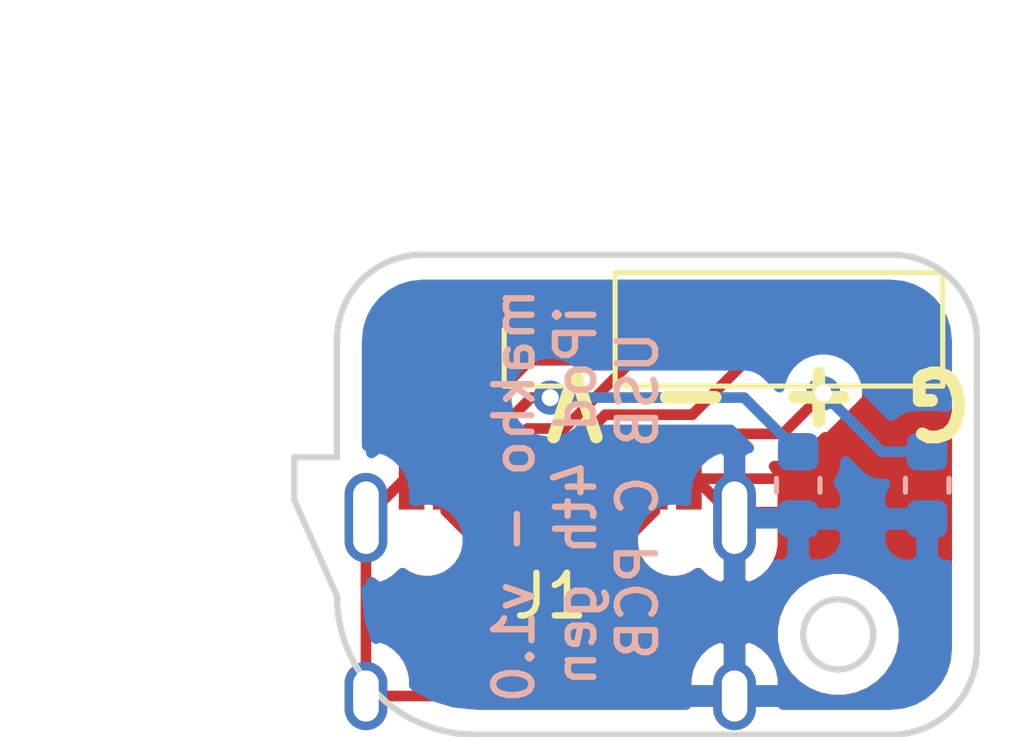
<source format=kicad_pcb>
(kicad_pcb (version 20171130) (host pcbnew "(5.1.6)-1")

  (general
    (thickness 1.6)
    (drawings 16)
    (tracks 50)
    (zones 0)
    (modules 4)
    (nets 9)
  )

  (page A4)
  (layers
    (0 F.Cu signal)
    (31 B.Cu signal)
    (32 B.Adhes user)
    (33 F.Adhes user)
    (34 B.Paste user)
    (35 F.Paste user)
    (36 B.SilkS user)
    (37 F.SilkS user)
    (38 B.Mask user)
    (39 F.Mask user hide)
    (40 Dwgs.User user)
    (41 Cmts.User user)
    (42 Eco1.User user)
    (43 Eco2.User user)
    (44 Edge.Cuts user)
    (45 Margin user)
    (46 B.CrtYd user)
    (47 F.CrtYd user)
    (48 B.Fab user)
    (49 F.Fab user)
  )

  (setup
    (last_trace_width 0.25)
    (trace_clearance 0.2)
    (zone_clearance 0.508)
    (zone_45_only no)
    (trace_min 0.2)
    (via_size 0.8)
    (via_drill 0.4)
    (via_min_size 0.4)
    (via_min_drill 0.3)
    (uvia_size 0.3)
    (uvia_drill 0.1)
    (uvias_allowed no)
    (uvia_min_size 0.2)
    (uvia_min_drill 0.1)
    (edge_width 0.15)
    (segment_width 0.2)
    (pcb_text_width 0.3)
    (pcb_text_size 1.5 1.5)
    (mod_edge_width 0.15)
    (mod_text_size 1 1)
    (mod_text_width 0.15)
    (pad_size 1.7 1.7)
    (pad_drill 0)
    (pad_to_mask_clearance 0.0508)
    (solder_mask_min_width 0.2032)
    (aux_axis_origin 0 0)
    (visible_elements 7FFFFFFF)
    (pcbplotparams
      (layerselection 0x010f0_ffffffff)
      (usegerberextensions true)
      (usegerberattributes false)
      (usegerberadvancedattributes false)
      (creategerberjobfile false)
      (excludeedgelayer true)
      (linewidth 0.100000)
      (plotframeref false)
      (viasonmask false)
      (mode 1)
      (useauxorigin false)
      (hpglpennumber 1)
      (hpglpenspeed 20)
      (hpglpendiameter 15.000000)
      (psnegative false)
      (psa4output false)
      (plotreference true)
      (plotvalue true)
      (plotinvisibletext false)
      (padsonsilk false)
      (subtractmaskfromsilk false)
      (outputformat 1)
      (mirror false)
      (drillshape 0)
      (scaleselection 1)
      (outputdirectory "gerber/"))
  )

  (net 0 "")
  (net 1 GND)
  (net 2 "Net-(J1-PadA4)")
  (net 3 "Net-(J1-PadA5)")
  (net 4 "Net-(J1-PadA6)")
  (net 5 "Net-(J1-PadA7)")
  (net 6 "Net-(J1-PadA8)")
  (net 7 "Net-(J1-PadB5)")
  (net 8 "Net-(J1-PadB8)")

  (net_class Default "This is the default net class."
    (clearance 0.2)
    (trace_width 0.25)
    (via_dia 0.8)
    (via_drill 0.4)
    (uvia_dia 0.3)
    (uvia_drill 0.1)
    (add_net GND)
    (add_net "Net-(J1-PadA4)")
    (add_net "Net-(J1-PadA5)")
    (add_net "Net-(J1-PadA6)")
    (add_net "Net-(J1-PadA7)")
    (add_net "Net-(J1-PadA8)")
    (add_net "Net-(J1-PadB5)")
    (add_net "Net-(J1-PadB8)")
  )

  (module Connector_PinHeader_2.54mm:PinHeader_1x04_P2.54mm_Vertical (layer F.Cu) (tedit 5EE28D78) (tstamp 5C4641F3)
    (at 112.75 87 90)
    (descr "Through hole straight pin header, 1x04, 2.54mm pitch, single row")
    (tags "Through hole pin header THT 1x04 2.54mm single row")
    (path /5C3A0378)
    (fp_text reference J2 (at 0 -2.33 90) (layer F.SilkS) hide
      (effects (font (size 1 1) (thickness 0.15)))
    )
    (fp_text value Conn_01x04_Female (at 0 9.95 90) (layer F.Fab)
      (effects (font (size 1 1) (thickness 0.15)))
    )
    (fp_line (start 1.8 -1.8) (end -1.8 -1.8) (layer F.CrtYd) (width 0.05))
    (fp_line (start 1.8 9.4) (end 1.8 -1.8) (layer F.CrtYd) (width 0.05))
    (fp_line (start -1.8 9.4) (end 1.8 9.4) (layer F.CrtYd) (width 0.05))
    (fp_line (start -1.8 -1.8) (end -1.8 9.4) (layer F.CrtYd) (width 0.05))
    (fp_line (start -1.33 -1.33) (end 0 -1.33) (layer F.SilkS) (width 0.12))
    (fp_line (start -1.33 0) (end -1.33 -1.33) (layer F.SilkS) (width 0.12))
    (fp_line (start -1.33 1.27) (end 1.33 1.27) (layer F.SilkS) (width 0.12))
    (fp_line (start 1.33 1.27) (end 1.33 8.95) (layer F.SilkS) (width 0.12))
    (fp_line (start -1.33 1.27) (end -1.33 8.95) (layer F.SilkS) (width 0.12))
    (fp_line (start -1.33 8.95) (end 1.33 8.95) (layer F.SilkS) (width 0.12))
    (fp_line (start -1.27 -0.635) (end -0.635 -1.27) (layer F.Fab) (width 0.1))
    (fp_line (start -1.27 8.89) (end -1.27 -0.635) (layer F.Fab) (width 0.1))
    (fp_line (start 1.27 8.89) (end -1.27 8.89) (layer F.Fab) (width 0.1))
    (fp_line (start 1.27 -1.27) (end 1.27 8.89) (layer F.Fab) (width 0.1))
    (fp_line (start -0.635 -1.27) (end 1.27 -1.27) (layer F.Fab) (width 0.1))
    (fp_text user %R (at 0 3.81 180) (layer F.Fab)
      (effects (font (size 1 1) (thickness 0.15)))
    )
    (pad 1 smd rect (at 0 0 90) (size 1.7 1.7) (layers F.Cu F.Paste F.Mask)
      (net 2 "Net-(J1-PadA4)"))
    (pad 2 smd oval (at 0 2.54 90) (size 1.7 1.7) (layers F.Cu F.Paste F.Mask)
      (net 5 "Net-(J1-PadA7)"))
    (pad 3 smd oval (at 0 5.08 90) (size 1.7 1.7) (layers F.Cu F.Paste F.Mask)
      (net 4 "Net-(J1-PadA6)"))
    (pad 4 smd oval (at 0 7.62 90) (size 1.7 1.7) (layers F.Cu F.Paste F.Mask)
      (net 1 GND))
    (model ${KISYS3DMOD}/Connector_PinHeader_2.54mm.3dshapes/PinHeader_1x04_P2.54mm_Vertical.wrl
      (at (xyz 0 0 0))
      (scale (xyz 1 1 1))
      (rotate (xyz 0 0 0))
    )
  )

  (module Resistor_SMD:R_0603_1608Metric (layer B.Cu) (tedit 5B301BBD) (tstamp 5EE29338)
    (at 118.3128 90.6552 270)
    (descr "Resistor SMD 0603 (1608 Metric), square (rectangular) end terminal, IPC_7351 nominal, (Body size source: http://www.tortai-tech.com/upload/download/2011102023233369053.pdf), generated with kicad-footprint-generator")
    (tags resistor)
    (path /5C3A054B)
    (attr smd)
    (fp_text reference R1 (at 0 1.43 270) (layer B.SilkS) hide
      (effects (font (size 1 1) (thickness 0.15)) (justify mirror))
    )
    (fp_text value 5.1k (at 0 -1.43 270) (layer B.Fab)
      (effects (font (size 1 1) (thickness 0.15)) (justify mirror))
    )
    (fp_line (start 1.48 -0.73) (end -1.48 -0.73) (layer B.CrtYd) (width 0.05))
    (fp_line (start 1.48 0.73) (end 1.48 -0.73) (layer B.CrtYd) (width 0.05))
    (fp_line (start -1.48 0.73) (end 1.48 0.73) (layer B.CrtYd) (width 0.05))
    (fp_line (start -1.48 -0.73) (end -1.48 0.73) (layer B.CrtYd) (width 0.05))
    (fp_line (start -0.162779 -0.51) (end 0.162779 -0.51) (layer B.SilkS) (width 0.12))
    (fp_line (start -0.162779 0.51) (end 0.162779 0.51) (layer B.SilkS) (width 0.12))
    (fp_line (start 0.8 -0.4) (end -0.8 -0.4) (layer B.Fab) (width 0.1))
    (fp_line (start 0.8 0.4) (end 0.8 -0.4) (layer B.Fab) (width 0.1))
    (fp_line (start -0.8 0.4) (end 0.8 0.4) (layer B.Fab) (width 0.1))
    (fp_line (start -0.8 -0.4) (end -0.8 0.4) (layer B.Fab) (width 0.1))
    (fp_text user %R (at 0 0 270) (layer B.Fab)
      (effects (font (size 0.4 0.4) (thickness 0.06)) (justify mirror))
    )
    (pad 1 smd roundrect (at -0.7875 0 270) (size 0.875 0.95) (layers B.Cu B.Paste B.Mask) (roundrect_rratio 0.25)
      (net 3 "Net-(J1-PadA5)"))
    (pad 2 smd roundrect (at 0.7875 0 270) (size 0.875 0.95) (layers B.Cu B.Paste B.Mask) (roundrect_rratio 0.25)
      (net 1 GND))
    (model ${KISYS3DMOD}/Resistor_SMD.3dshapes/R_0603_1608Metric.wrl
      (at (xyz 0 0 0))
      (scale (xyz 1 1 1))
      (rotate (xyz 0 0 0))
    )
  )

  (module Resistor_SMD:R_0603_1608Metric (layer B.Cu) (tedit 5B301BBD) (tstamp 5C464215)
    (at 121.3354 90.6552 270)
    (descr "Resistor SMD 0603 (1608 Metric), square (rectangular) end terminal, IPC_7351 nominal, (Body size source: http://www.tortai-tech.com/upload/download/2011102023233369053.pdf), generated with kicad-footprint-generator")
    (tags resistor)
    (path /5C3A05BA)
    (attr smd)
    (fp_text reference R2 (at 0 1.43 90) (layer B.SilkS) hide
      (effects (font (size 1 1) (thickness 0.15)) (justify mirror))
    )
    (fp_text value 5.1k (at 0 -1.43 90) (layer B.Fab)
      (effects (font (size 1 1) (thickness 0.15)) (justify mirror))
    )
    (fp_line (start -0.8 -0.4) (end -0.8 0.4) (layer B.Fab) (width 0.1))
    (fp_line (start -0.8 0.4) (end 0.8 0.4) (layer B.Fab) (width 0.1))
    (fp_line (start 0.8 0.4) (end 0.8 -0.4) (layer B.Fab) (width 0.1))
    (fp_line (start 0.8 -0.4) (end -0.8 -0.4) (layer B.Fab) (width 0.1))
    (fp_line (start -0.162779 0.51) (end 0.162779 0.51) (layer B.SilkS) (width 0.12))
    (fp_line (start -0.162779 -0.51) (end 0.162779 -0.51) (layer B.SilkS) (width 0.12))
    (fp_line (start -1.48 -0.73) (end -1.48 0.73) (layer B.CrtYd) (width 0.05))
    (fp_line (start -1.48 0.73) (end 1.48 0.73) (layer B.CrtYd) (width 0.05))
    (fp_line (start 1.48 0.73) (end 1.48 -0.73) (layer B.CrtYd) (width 0.05))
    (fp_line (start 1.48 -0.73) (end -1.48 -0.73) (layer B.CrtYd) (width 0.05))
    (fp_text user %R (at 0 0 90) (layer B.Fab)
      (effects (font (size 0.4 0.4) (thickness 0.06)) (justify mirror))
    )
    (pad 2 smd roundrect (at 0.7875 0 270) (size 0.875 0.95) (layers B.Cu B.Paste B.Mask) (roundrect_rratio 0.25)
      (net 1 GND))
    (pad 1 smd roundrect (at -0.7875 0 270) (size 0.875 0.95) (layers B.Cu B.Paste B.Mask) (roundrect_rratio 0.25)
      (net 7 "Net-(J1-PadB5)"))
    (model ${KISYS3DMOD}/Resistor_SMD.3dshapes/R_0603_1608Metric.wrl
      (at (xyz 0 0 0))
      (scale (xyz 1 1 1))
      (rotate (xyz 0 0 0))
    )
  )

  (module misc_footprints:TYPE-C-31-M-12 (layer F.Cu) (tedit 5D75DCEA) (tstamp 5D826A9D)
    (at 112.5 90.5)
    (path /5D75DF33)
    (fp_text reference J1 (at 0.01016 2.75082) (layer F.SilkS)
      (effects (font (size 1 1) (thickness 0.15)))
    )
    (fp_text value USB_C_Receptacle_USB2.0 (at -2.8448 -3.63474) (layer F.Fab)
      (effects (font (size 1 1) (thickness 0.15)))
    )
    (pad A4|B9 smd rect (at -2.45 0) (size 0.6 1.45) (layers F.Cu F.Paste F.Mask)
      (net 2 "Net-(J1-PadA4)"))
    (pad B8 smd rect (at -1.75 0) (size 0.3 1.45) (layers F.Cu F.Paste F.Mask)
      (net 8 "Net-(J1-PadB8)"))
    (pad A5 smd rect (at -1.25 0) (size 0.3 1.45) (layers F.Cu F.Paste F.Mask)
      (net 3 "Net-(J1-PadA5)"))
    (pad B7 smd rect (at -0.75 0) (size 0.3 1.45) (layers F.Cu F.Paste F.Mask)
      (net 5 "Net-(J1-PadA7)"))
    (pad A6 smd rect (at -0.25 0) (size 0.3 1.45) (layers F.Cu F.Paste F.Mask)
      (net 4 "Net-(J1-PadA6)"))
    (pad A7 smd rect (at 0.25 0) (size 0.3 1.45) (layers F.Cu F.Paste F.Mask)
      (net 5 "Net-(J1-PadA7)"))
    (pad B6 smd rect (at 0.75 0) (size 0.3 1.45) (layers F.Cu F.Paste F.Mask)
      (net 4 "Net-(J1-PadA6)"))
    (pad A8 smd rect (at 1.25 0) (size 0.3 1.45) (layers F.Cu F.Paste F.Mask)
      (net 6 "Net-(J1-PadA8)"))
    (pad B5 smd rect (at 1.75 0) (size 0.3 1.45) (layers F.Cu F.Paste F.Mask)
      (net 7 "Net-(J1-PadB5)"))
    (pad B4|A9 smd rect (at 2.45 0) (size 0.6 1.45) (layers F.Cu F.Paste F.Mask)
      (net 2 "Net-(J1-PadA4)"))
    (pad B1|A12 smd rect (at 3.25 0) (size 0.6 1.45) (layers F.Cu F.Paste F.Mask)
      (net 1 GND))
    (pad A1|B12 smd rect (at -3.25 0) (size 0.6 1.45) (layers F.Cu F.Paste F.Mask)
      (net 1 GND))
    (pad GND thru_hole oval (at 4.32 5.095) (size 1 1.6) (drill oval 0.6 1.2) (layers *.Cu *.Mask)
      (net 1 GND))
    (pad GND thru_hole oval (at 4.32 0.915) (size 1 2.1) (drill oval 0.6 1.7) (layers *.Cu *.Mask)
      (net 1 GND))
    (pad GND thru_hole oval (at -4.32 0.915) (size 1 2.1) (drill oval 0.6 1.7) (layers *.Cu *.Mask)
      (net 1 GND))
    (pad GND thru_hole oval (at -4.32 5.095) (size 1 1.6) (drill oval 0.6 1.2) (layers *.Cu *.Mask)
      (net 1 GND))
    (pad "" np_thru_hole circle (at 2.89 1.445) (size 0.65 0.65) (drill 0.65) (layers *.Cu *.Mask))
    (pad "" np_thru_hole circle (at -2.89 1.445) (size 0.65 0.65) (drill 0.65) (layers *.Cu *.Mask))
  )

  (gr_text "makho - v1.0\niPod 4th gen\nUSB C PCB" (at 113.1 90.9 90) (layer B.SilkS)
    (effects (font (size 0.9 0.9) (thickness 0.15)) (justify mirror))
  )
  (gr_arc (start 109.5 87.25) (end 109.5 85.25) (angle -90) (layer Edge.Cuts) (width 0.15) (tstamp 5EE289F7))
  (gr_arc (start 120.5 87.25) (end 122.5 87.25) (angle -90) (layer Edge.Cuts) (width 0.15) (tstamp 5EE289F7))
  (gr_arc (start 120.5 94.5) (end 120.5 96.5) (angle -90) (layer Edge.Cuts) (width 0.15))
  (gr_line (start 107.5 96.5) (end 107.5 91) (layer Dwgs.User) (width 0.15))
  (gr_line (start 122.5 96.5) (end 107.5 96.5) (layer Dwgs.User) (width 0.15))
  (gr_circle (center 119.25 94.15) (end 120.07 94.15) (layer Edge.Cuts) (width 0.15))
  (gr_line (start 120.5 96.5) (end 110.75 96.5) (layer Edge.Cuts) (width 0.15))
  (gr_line (start 122.5 87.25) (end 122.5 94.5) (layer Edge.Cuts) (width 0.15))
  (gr_line (start 109.5 85.25) (end 120.5 85.25) (layer Edge.Cuts) (width 0.15))
  (gr_line (start 107.5 90) (end 107.5 87.25) (layer Edge.Cuts) (width 0.15))
  (gr_line (start 106.5 90) (end 106.5 91) (layer Edge.Cuts) (width 0.15))
  (gr_line (start 107.5 90) (end 106.5 90) (layer Edge.Cuts) (width 0.15))
  (gr_line (start 107.5 93.25) (end 106.5 91) (layer Edge.Cuts) (width 0.15))
  (gr_arc (start 110.75 93.25) (end 107.5 93.25) (angle -90) (layer Edge.Cuts) (width 0.15))
  (gr_text "G + - V" (at 117.4 88.7 180) (layer F.SilkS)
    (effects (font (size 1.5 1.5) (thickness 0.3)))
  )

  (segment (start 121.3354 91.4427) (end 118.3128 91.4427) (width 0.25) (layer B.Cu) (net 1))
  (segment (start 116.8477 91.4427) (end 116.82 91.415) (width 0.25) (layer B.Cu) (net 1))
  (segment (start 118.3128 91.4427) (end 116.8477 91.4427) (width 0.25) (layer B.Cu) (net 1))
  (segment (start 115.905 90.5) (end 116.82 91.415) (width 0.25) (layer F.Cu) (net 1))
  (segment (start 115.75 90.5) (end 115.905 90.5) (width 0.25) (layer F.Cu) (net 1))
  (segment (start 118.072081 90.5) (end 115.75 90.5) (width 0.25) (layer F.Cu) (net 1))
  (segment (start 120.37 88.202081) (end 118.072081 90.5) (width 0.25) (layer F.Cu) (net 1))
  (segment (start 120.37 87) (end 120.37 88.202081) (width 0.25) (layer F.Cu) (net 1))
  (segment (start 109.095 90.5) (end 108.18 91.415) (width 0.25) (layer F.Cu) (net 1))
  (segment (start 109.25 90.5) (end 109.095 90.5) (width 0.25) (layer F.Cu) (net 1))
  (segment (start 108.18 91.415) (end 108.18 95.595) (width 0.25) (layer F.Cu) (net 1))
  (segment (start 108.18 95.595) (end 116.82 95.595) (width 0.25) (layer F.Cu) (net 1))
  (segment (start 116.82 91.415) (end 116.82 95.595) (width 0.25) (layer F.Cu) (net 1))
  (segment (start 110.05 89.7) (end 112.75 87) (width 0.25) (layer F.Cu) (net 2))
  (segment (start 110.05 90.5) (end 110.05 89.7) (width 0.25) (layer F.Cu) (net 2))
  (segment (start 114.20999 92.000012) (end 110.79001 92.000012) (width 0.25) (layer F.Cu) (net 2))
  (segment (start 110.05 91.260002) (end 110.05 90.5) (width 0.25) (layer F.Cu) (net 2))
  (segment (start 114.95 90.5) (end 114.95 91.260002) (width 0.25) (layer F.Cu) (net 2))
  (segment (start 110.79001 92.000012) (end 110.05 91.260002) (width 0.25) (layer F.Cu) (net 2))
  (segment (start 114.95 91.260002) (end 114.20999 92.000012) (width 0.25) (layer F.Cu) (net 2))
  (via (at 112.5 88.6) (size 0.8) (drill 0.4) (layers F.Cu B.Cu) (net 3))
  (segment (start 112.053587 88.6) (end 112.5 88.6) (width 0.25) (layer F.Cu) (net 3))
  (segment (start 111.25 89.403587) (end 112.053587 88.6) (width 0.25) (layer F.Cu) (net 3))
  (segment (start 111.25 90.5) (end 111.25 89.403587) (width 0.25) (layer F.Cu) (net 3))
  (segment (start 117.0451 88.6) (end 118.3128 89.8677) (width 0.25) (layer B.Cu) (net 3))
  (segment (start 112.5 88.6) (end 117.0451 88.6) (width 0.25) (layer B.Cu) (net 3))
  (segment (start 112.325001 91.550001) (end 112.25 91.475) (width 0.25) (layer F.Cu) (net 4))
  (segment (start 113.25 91.475) (end 113.174999 91.550001) (width 0.25) (layer F.Cu) (net 4))
  (segment (start 113.25 90.5) (end 113.25 91.475) (width 0.25) (layer F.Cu) (net 4))
  (segment (start 112.25 91.475) (end 112.25 90.5) (width 0.25) (layer F.Cu) (net 4))
  (segment (start 113.174999 91.550001) (end 112.325001 91.550001) (width 0.25) (layer F.Cu) (net 4))
  (segment (start 115.830012 88.999988) (end 113.79001 88.999988) (width 0.25) (layer F.Cu) (net 4))
  (segment (start 113.25 89.539998) (end 113.25 90.5) (width 0.25) (layer F.Cu) (net 4))
  (segment (start 117.83 87) (end 115.830012 88.999988) (width 0.25) (layer F.Cu) (net 4))
  (segment (start 113.79001 88.999988) (end 113.25 89.539998) (width 0.25) (layer F.Cu) (net 4))
  (segment (start 112.75 89.403587) (end 112.75 90.5) (width 0.25) (layer F.Cu) (net 5))
  (segment (start 115.29 87) (end 115.153587 87) (width 0.25) (layer F.Cu) (net 5))
  (segment (start 115.153587 87) (end 112.75 89.403587) (width 0.25) (layer F.Cu) (net 5))
  (segment (start 112.75 90.5) (end 112.75 89.525) (width 0.25) (layer F.Cu) (net 5))
  (segment (start 112.75 89.525) (end 112.550002 89.325002) (width 0.25) (layer F.Cu) (net 5))
  (segment (start 111.75 89.539997) (end 111.75 90.5) (width 0.25) (layer F.Cu) (net 5))
  (segment (start 112.550002 89.325002) (end 111.964995 89.325002) (width 0.25) (layer F.Cu) (net 5))
  (segment (start 111.964995 89.325002) (end 111.75 89.539997) (width 0.25) (layer F.Cu) (net 5))
  (via (at 118.9 88.5) (size 0.8) (drill 0.4) (layers F.Cu B.Cu) (net 7))
  (segment (start 114.325001 89.449999) (end 117.950001 89.449999) (width 0.25) (layer F.Cu) (net 7))
  (segment (start 114.25 90.5) (end 114.25 89.525) (width 0.25) (layer F.Cu) (net 7))
  (segment (start 114.25 89.525) (end 114.325001 89.449999) (width 0.25) (layer F.Cu) (net 7))
  (segment (start 117.950001 89.449999) (end 118.9 88.5) (width 0.25) (layer F.Cu) (net 7))
  (segment (start 120.2677 89.8677) (end 121.3354 89.8677) (width 0.25) (layer B.Cu) (net 7))
  (segment (start 118.9 88.5) (end 120.2677 89.8677) (width 0.25) (layer B.Cu) (net 7))

  (zone (net 1) (net_name GND) (layer F.Cu) (tstamp 0) (hatch edge 0.508)
    (connect_pads (clearance 0.508))
    (min_thickness 0.254)
    (fill yes (arc_segments 32) (thermal_gap 0.508) (thermal_bridge_width 0.508))
    (polygon
      (pts
        (xy 122.5 96.5) (xy 106.5 96.5) (xy 106.5 85.2) (xy 122.5 85.2)
      )
    )
    (filled_polygon
      (pts
        (xy 120.497 86.873) (xy 120.517 86.873) (xy 120.517 87.127) (xy 120.497 87.127) (xy 120.497 88.320155)
        (xy 120.72689 88.441476) (xy 120.874099 88.396825) (xy 121.13692 88.271641) (xy 121.370269 88.097588) (xy 121.565178 87.881355)
        (xy 121.714157 87.631252) (xy 121.79 87.417447) (xy 121.790001 94.465269) (xy 121.762093 94.749899) (xy 121.689517 94.990282)
        (xy 121.571633 95.211989) (xy 121.412929 95.40658) (xy 121.219455 95.566635) (xy 120.998576 95.686064) (xy 120.758701 95.760317)
        (xy 120.476291 95.79) (xy 117.955 95.79) (xy 117.955 95.722) (xy 116.947 95.722) (xy 116.947 95.742)
        (xy 116.693 95.742) (xy 116.693 95.722) (xy 115.685 95.722) (xy 115.685 95.79) (xy 110.78472 95.79)
        (xy 110.257308 95.738287) (xy 109.78338 95.5952) (xy 109.34627 95.362784) (xy 109.315 95.337281) (xy 109.315 95.168)
        (xy 115.685 95.168) (xy 115.685 95.468) (xy 116.693 95.468) (xy 116.693 94.327046) (xy 116.947 94.327046)
        (xy 116.947 95.468) (xy 117.955 95.468) (xy 117.955 95.168) (xy 117.908415 94.949013) (xy 117.820003 94.743322)
        (xy 117.693161 94.558831) (xy 117.532764 94.402631) (xy 117.344976 94.280724) (xy 117.121874 94.200881) (xy 116.947 94.327046)
        (xy 116.693 94.327046) (xy 116.518126 94.200881) (xy 116.295024 94.280724) (xy 116.107236 94.402631) (xy 115.946839 94.558831)
        (xy 115.819997 94.743322) (xy 115.731585 94.949013) (xy 115.685 95.168) (xy 109.315 95.168) (xy 109.268415 94.949013)
        (xy 109.180003 94.743322) (xy 109.053161 94.558831) (xy 108.892764 94.402631) (xy 108.704976 94.280724) (xy 108.481874 94.200881)
        (xy 108.418843 94.246355) (xy 108.411608 94.232974) (xy 108.338894 93.998073) (xy 117.707464 93.998073) (xy 117.707464 94.301927)
        (xy 117.766742 94.599941) (xy 117.883022 94.880665) (xy 118.051834 95.13331) (xy 118.26669 95.348166) (xy 118.519335 95.516978)
        (xy 118.800059 95.633258) (xy 119.098073 95.692536) (xy 119.401927 95.692536) (xy 119.699941 95.633258) (xy 119.980665 95.516978)
        (xy 120.23331 95.348166) (xy 120.448166 95.13331) (xy 120.616978 94.880665) (xy 120.733258 94.599941) (xy 120.792536 94.301927)
        (xy 120.792536 93.998073) (xy 120.733258 93.700059) (xy 120.616978 93.419335) (xy 120.448166 93.16669) (xy 120.23331 92.951834)
        (xy 119.980665 92.783022) (xy 119.699941 92.666742) (xy 119.401927 92.607464) (xy 119.098073 92.607464) (xy 118.800059 92.666742)
        (xy 118.519335 92.783022) (xy 118.26669 92.951834) (xy 118.051834 93.16669) (xy 117.883022 93.419335) (xy 117.766742 93.700059)
        (xy 117.707464 93.998073) (xy 108.338894 93.998073) (xy 108.265215 93.760057) (xy 108.211766 93.251525) (xy 108.213202 93.231791)
        (xy 108.196816 93.1) (xy 108.307002 93.1) (xy 108.307002 92.932955) (xy 108.481874 93.059119) (xy 108.704976 92.979276)
        (xy 108.892764 92.857369) (xy 109.037116 92.716794) (xy 109.155269 92.795741) (xy 109.329978 92.868108) (xy 109.515448 92.905)
        (xy 109.704552 92.905) (xy 109.890022 92.868108) (xy 110.064731 92.795741) (xy 110.221964 92.690681) (xy 110.317359 92.595286)
        (xy 110.365734 92.634986) (xy 110.497763 92.705558) (xy 110.641024 92.749015) (xy 110.752677 92.760012) (xy 110.752686 92.760012)
        (xy 110.790009 92.763688) (xy 110.827332 92.760012) (xy 114.172668 92.760012) (xy 114.20999 92.763688) (xy 114.247312 92.760012)
        (xy 114.247323 92.760012) (xy 114.358976 92.749015) (xy 114.502237 92.705558) (xy 114.634266 92.634986) (xy 114.682641 92.595286)
        (xy 114.778036 92.690681) (xy 114.935269 92.795741) (xy 115.109978 92.868108) (xy 115.295448 92.905) (xy 115.484552 92.905)
        (xy 115.670022 92.868108) (xy 115.844731 92.795741) (xy 115.962884 92.716794) (xy 116.107236 92.857369) (xy 116.295024 92.979276)
        (xy 116.518126 93.059119) (xy 116.693 92.932954) (xy 116.693 91.542) (xy 116.947 91.542) (xy 116.947 92.932954)
        (xy 117.121874 93.059119) (xy 117.344976 92.979276) (xy 117.532764 92.857369) (xy 117.693161 92.701169) (xy 117.820003 92.516678)
        (xy 117.908415 92.310987) (xy 117.955 92.092) (xy 117.955 91.542) (xy 116.947 91.542) (xy 116.693 91.542)
        (xy 116.673 91.542) (xy 116.673 91.358752) (xy 116.675812 91.349482) (xy 116.681867 91.288) (xy 116.693 91.288)
        (xy 116.693 91.268) (xy 116.947 91.268) (xy 116.947 91.288) (xy 117.955 91.288) (xy 117.955 90.738)
        (xy 117.908415 90.519013) (xy 117.820003 90.313322) (xy 117.748966 90.209999) (xy 117.912679 90.209999) (xy 117.950001 90.213675)
        (xy 117.987323 90.209999) (xy 117.987334 90.209999) (xy 118.098987 90.199002) (xy 118.242248 90.155545) (xy 118.374277 90.084973)
        (xy 118.490002 89.99) (xy 118.513804 89.960997) (xy 118.939802 89.535) (xy 119.001939 89.535) (xy 119.201898 89.495226)
        (xy 119.390256 89.417205) (xy 119.559774 89.303937) (xy 119.703937 89.159774) (xy 119.817205 88.990256) (xy 119.895226 88.801898)
        (xy 119.935 88.601939) (xy 119.935 88.417784) (xy 120.01311 88.441476) (xy 120.243 88.320155) (xy 120.243 87.127)
        (xy 120.223 87.127) (xy 120.223 86.873) (xy 120.243 86.873) (xy 120.243 86.853) (xy 120.497 86.853)
      )
    )
    (filled_polygon
      (pts
        (xy 108.307 91.288) (xy 108.318133 91.288) (xy 108.324188 91.349482) (xy 108.327 91.358752) (xy 108.327 91.542)
        (xy 108.307 91.542) (xy 108.307 91.562) (xy 108.053 91.562) (xy 108.053 91.542) (xy 108.033 91.542)
        (xy 108.033 91.288) (xy 108.053 91.288) (xy 108.053 91.268) (xy 108.307 91.268)
      )
    )
  )
  (zone (net 1) (net_name GND) (layer B.Cu) (tstamp 5EE29275) (hatch edge 0.508)
    (connect_pads (clearance 0.508))
    (min_thickness 0.254)
    (fill yes (arc_segments 32) (thermal_gap 0.508) (thermal_bridge_width 0.508))
    (polygon
      (pts
        (xy 122.5 96.5) (xy 106.5 96.5) (xy 106.5 85.2) (xy 122.5 85.2)
      )
    )
    (filled_polygon
      (pts
        (xy 120.749899 85.987907) (xy 120.990285 86.060484) (xy 121.211991 86.178368) (xy 121.406577 86.337068) (xy 121.566635 86.530545)
        (xy 121.686064 86.751424) (xy 121.760317 86.991297) (xy 121.79 87.273716) (xy 121.79 88.818054) (xy 121.758808 88.808592)
        (xy 121.59165 88.792128) (xy 121.07915 88.792128) (xy 120.911992 88.808592) (xy 120.751258 88.85735) (xy 120.603125 88.936529)
        (xy 120.497782 89.022981) (xy 119.935 88.460199) (xy 119.935 88.398061) (xy 119.895226 88.198102) (xy 119.817205 88.009744)
        (xy 119.703937 87.840226) (xy 119.559774 87.696063) (xy 119.390256 87.582795) (xy 119.201898 87.504774) (xy 119.001939 87.465)
        (xy 118.798061 87.465) (xy 118.598102 87.504774) (xy 118.409744 87.582795) (xy 118.240226 87.696063) (xy 118.096063 87.840226)
        (xy 117.982795 88.009744) (xy 117.904774 88.198102) (xy 117.873787 88.353886) (xy 117.608904 88.089003) (xy 117.585101 88.059999)
        (xy 117.469376 87.965026) (xy 117.337347 87.894454) (xy 117.194086 87.850997) (xy 117.082433 87.84) (xy 117.082422 87.84)
        (xy 117.0451 87.836324) (xy 117.007778 87.84) (xy 113.203711 87.84) (xy 113.159774 87.796063) (xy 112.990256 87.682795)
        (xy 112.801898 87.604774) (xy 112.601939 87.565) (xy 112.398061 87.565) (xy 112.198102 87.604774) (xy 112.009744 87.682795)
        (xy 111.840226 87.796063) (xy 111.696063 87.940226) (xy 111.582795 88.109744) (xy 111.504774 88.298102) (xy 111.465 88.498061)
        (xy 111.465 88.701939) (xy 111.504774 88.901898) (xy 111.582795 89.090256) (xy 111.696063 89.259774) (xy 111.840226 89.403937)
        (xy 112.009744 89.517205) (xy 112.198102 89.595226) (xy 112.398061 89.635) (xy 112.601939 89.635) (xy 112.801898 89.595226)
        (xy 112.990256 89.517205) (xy 113.159774 89.403937) (xy 113.203711 89.36) (xy 116.730299 89.36) (xy 117.151939 89.781641)
        (xy 117.121874 89.770881) (xy 116.947 89.897046) (xy 116.947 91.288) (xy 117.33385 91.288) (xy 117.36155 91.3157)
        (xy 118.1858 91.3157) (xy 118.1858 91.2957) (xy 118.4398 91.2957) (xy 118.4398 91.3157) (xy 119.26405 91.3157)
        (xy 119.4228 91.15695) (xy 119.425872 91.0052) (xy 119.413612 90.880718) (xy 119.377302 90.76102) (xy 119.318337 90.650706)
        (xy 119.2637 90.58413) (xy 119.281471 90.562475) (xy 119.36065 90.414342) (xy 119.409408 90.253608) (xy 119.424597 90.099398)
        (xy 119.703901 90.378703) (xy 119.727699 90.407701) (xy 119.756697 90.431499) (xy 119.843423 90.502674) (xy 119.892582 90.52895)
        (xy 119.975453 90.573246) (xy 120.118714 90.616703) (xy 120.230367 90.6277) (xy 120.230377 90.6277) (xy 120.2677 90.631376)
        (xy 120.305023 90.6277) (xy 120.348743 90.6277) (xy 120.329863 90.650706) (xy 120.270898 90.76102) (xy 120.234588 90.880718)
        (xy 120.222328 91.0052) (xy 120.2254 91.15695) (xy 120.38415 91.3157) (xy 121.2084 91.3157) (xy 121.2084 91.2957)
        (xy 121.4624 91.2957) (xy 121.4624 91.3157) (xy 121.4824 91.3157) (xy 121.4824 91.5697) (xy 121.4624 91.5697)
        (xy 121.4624 92.35645) (xy 121.62115 92.5152) (xy 121.790001 92.517941) (xy 121.790001 94.465269) (xy 121.762093 94.749899)
        (xy 121.689517 94.990282) (xy 121.571633 95.211989) (xy 121.412929 95.40658) (xy 121.219455 95.566635) (xy 120.998576 95.686064)
        (xy 120.758701 95.760317) (xy 120.476291 95.79) (xy 117.955 95.79) (xy 117.955 95.722) (xy 116.947 95.722)
        (xy 116.947 95.742) (xy 116.693 95.742) (xy 116.693 95.722) (xy 115.685 95.722) (xy 115.685 95.79)
        (xy 110.78472 95.79) (xy 110.257308 95.738287) (xy 109.78338 95.5952) (xy 109.34627 95.362784) (xy 109.315 95.337281)
        (xy 109.315 95.168) (xy 115.685 95.168) (xy 115.685 95.468) (xy 116.693 95.468) (xy 116.693 94.327046)
        (xy 116.947 94.327046) (xy 116.947 95.468) (xy 117.955 95.468) (xy 117.955 95.168) (xy 117.908415 94.949013)
        (xy 117.820003 94.743322) (xy 117.693161 94.558831) (xy 117.532764 94.402631) (xy 117.344976 94.280724) (xy 117.121874 94.200881)
        (xy 116.947 94.327046) (xy 116.693 94.327046) (xy 116.518126 94.200881) (xy 116.295024 94.280724) (xy 116.107236 94.402631)
        (xy 115.946839 94.558831) (xy 115.819997 94.743322) (xy 115.731585 94.949013) (xy 115.685 95.168) (xy 109.315 95.168)
        (xy 109.268415 94.949013) (xy 109.180003 94.743322) (xy 109.053161 94.558831) (xy 108.892764 94.402631) (xy 108.704976 94.280724)
        (xy 108.481874 94.200881) (xy 108.418843 94.246355) (xy 108.411608 94.232974) (xy 108.338894 93.998073) (xy 117.707464 93.998073)
        (xy 117.707464 94.301927) (xy 117.766742 94.599941) (xy 117.883022 94.880665) (xy 118.051834 95.13331) (xy 118.26669 95.348166)
        (xy 118.519335 95.516978) (xy 118.800059 95.633258) (xy 119.098073 95.692536) (xy 119.401927 95.692536) (xy 119.699941 95.633258)
        (xy 119.980665 95.516978) (xy 120.23331 95.348166) (xy 120.448166 95.13331) (xy 120.616978 94.880665) (xy 120.733258 94.599941)
        (xy 120.792536 94.301927) (xy 120.792536 93.998073) (xy 120.733258 93.700059) (xy 120.616978 93.419335) (xy 120.448166 93.16669)
        (xy 120.23331 92.951834) (xy 119.980665 92.783022) (xy 119.699941 92.666742) (xy 119.401927 92.607464) (xy 119.098073 92.607464)
        (xy 118.800059 92.666742) (xy 118.519335 92.783022) (xy 118.26669 92.951834) (xy 118.051834 93.16669) (xy 117.883022 93.419335)
        (xy 117.766742 93.700059) (xy 117.707464 93.998073) (xy 108.338894 93.998073) (xy 108.265215 93.760057) (xy 108.211766 93.251525)
        (xy 108.213202 93.231791) (xy 108.196816 93.1) (xy 108.307002 93.1) (xy 108.307002 92.932955) (xy 108.481874 93.059119)
        (xy 108.704976 92.979276) (xy 108.892764 92.857369) (xy 109.037116 92.716794) (xy 109.155269 92.795741) (xy 109.329978 92.868108)
        (xy 109.515448 92.905) (xy 109.704552 92.905) (xy 109.890022 92.868108) (xy 110.064731 92.795741) (xy 110.221964 92.690681)
        (xy 110.355681 92.556964) (xy 110.460741 92.399731) (xy 110.533108 92.225022) (xy 110.57 92.039552) (xy 110.57 91.850448)
        (xy 114.43 91.850448) (xy 114.43 92.039552) (xy 114.466892 92.225022) (xy 114.539259 92.399731) (xy 114.644319 92.556964)
        (xy 114.778036 92.690681) (xy 114.935269 92.795741) (xy 115.109978 92.868108) (xy 115.295448 92.905) (xy 115.484552 92.905)
        (xy 115.670022 92.868108) (xy 115.844731 92.795741) (xy 115.962884 92.716794) (xy 116.107236 92.857369) (xy 116.295024 92.979276)
        (xy 116.518126 93.059119) (xy 116.693 92.932954) (xy 116.693 91.542) (xy 116.947 91.542) (xy 116.947 92.932954)
        (xy 117.121874 93.059119) (xy 117.344976 92.979276) (xy 117.532764 92.857369) (xy 117.693161 92.701169) (xy 117.820003 92.516678)
        (xy 117.820068 92.516526) (xy 117.8378 92.518272) (xy 118.02705 92.5152) (xy 118.1858 92.35645) (xy 118.1858 91.5697)
        (xy 118.4398 91.5697) (xy 118.4398 92.35645) (xy 118.59855 92.5152) (xy 118.7878 92.518272) (xy 118.912282 92.506012)
        (xy 119.03198 92.469702) (xy 119.142294 92.410737) (xy 119.238985 92.331385) (xy 119.318337 92.234694) (xy 119.377302 92.12438)
        (xy 119.413612 92.004682) (xy 119.425872 91.8802) (xy 120.222328 91.8802) (xy 120.234588 92.004682) (xy 120.270898 92.12438)
        (xy 120.329863 92.234694) (xy 120.409215 92.331385) (xy 120.505906 92.410737) (xy 120.61622 92.469702) (xy 120.735918 92.506012)
        (xy 120.8604 92.518272) (xy 121.04965 92.5152) (xy 121.2084 92.35645) (xy 121.2084 91.5697) (xy 120.38415 91.5697)
        (xy 120.2254 91.72845) (xy 120.222328 91.8802) (xy 119.425872 91.8802) (xy 119.4228 91.72845) (xy 119.26405 91.5697)
        (xy 118.4398 91.5697) (xy 118.1858 91.5697) (xy 117.955 91.5697) (xy 117.955 91.542) (xy 116.947 91.542)
        (xy 116.693 91.542) (xy 116.673 91.542) (xy 116.673 91.288) (xy 116.693 91.288) (xy 116.693 89.897046)
        (xy 116.518126 89.770881) (xy 116.295024 89.850724) (xy 116.107236 89.972631) (xy 115.946839 90.128831) (xy 115.819997 90.313322)
        (xy 115.731585 90.519013) (xy 115.685 90.738) (xy 115.685 91.028096) (xy 115.670022 91.021892) (xy 115.484552 90.985)
        (xy 115.295448 90.985) (xy 115.109978 91.021892) (xy 114.935269 91.094259) (xy 114.778036 91.199319) (xy 114.644319 91.333036)
        (xy 114.539259 91.490269) (xy 114.466892 91.664978) (xy 114.43 91.850448) (xy 110.57 91.850448) (xy 110.533108 91.664978)
        (xy 110.460741 91.490269) (xy 110.355681 91.333036) (xy 110.221964 91.199319) (xy 110.064731 91.094259) (xy 109.890022 91.021892)
        (xy 109.704552 90.985) (xy 109.515448 90.985) (xy 109.329978 91.021892) (xy 109.315 91.028096) (xy 109.315 90.738)
        (xy 109.268415 90.519013) (xy 109.180003 90.313322) (xy 109.053161 90.128831) (xy 108.892764 89.972631) (xy 108.704976 89.850724)
        (xy 108.481874 89.770881) (xy 108.307002 89.897045) (xy 108.307002 89.73) (xy 108.21 89.73) (xy 108.21 87.284721)
        (xy 108.237907 87.000101) (xy 108.310484 86.759715) (xy 108.428368 86.538009) (xy 108.587068 86.343423) (xy 108.780545 86.183365)
        (xy 109.001424 86.063936) (xy 109.241297 85.989683) (xy 109.523716 85.96) (xy 120.465279 85.96)
      )
    )
    (filled_polygon
      (pts
        (xy 108.307 91.288) (xy 108.327 91.288) (xy 108.327 91.542) (xy 108.307 91.542) (xy 108.307 91.562)
        (xy 108.053 91.562) (xy 108.053 91.542) (xy 108.033 91.542) (xy 108.033 91.288) (xy 108.053 91.288)
        (xy 108.053 91.268) (xy 108.307 91.268)
      )
    )
  )
)

</source>
